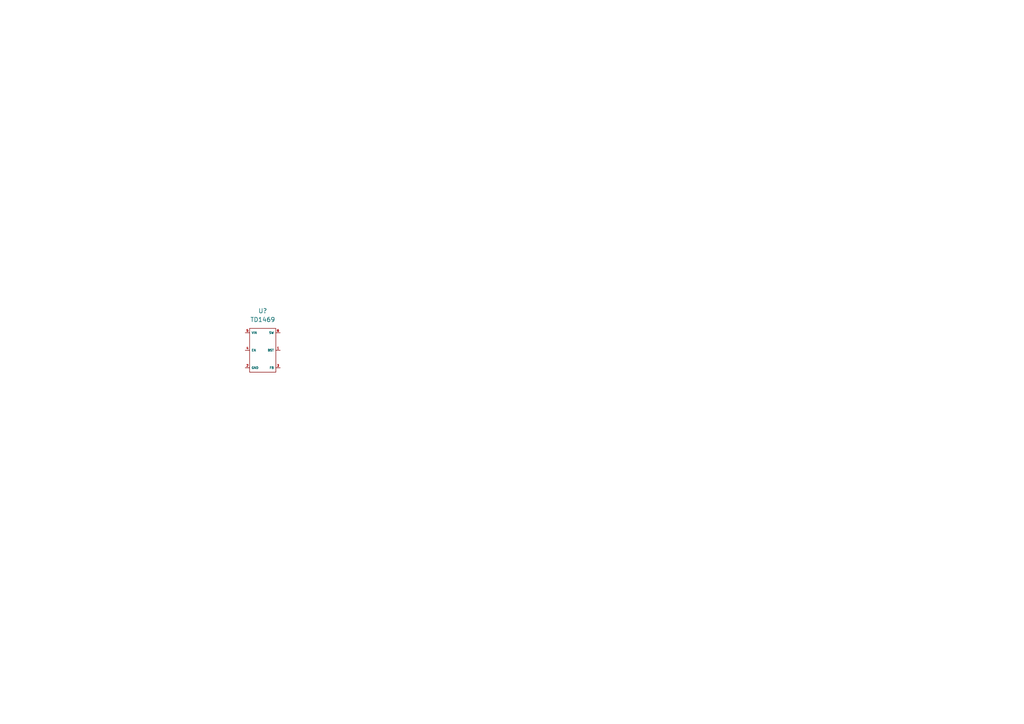
<source format=kicad_sch>
(kicad_sch (version 20211123) (generator eeschema)
  (paper "A4")
  (lib_symbols
    (symbol "Power_DC-DC_convertor:TD1469"
      (property "Reference" "U" (at -2.54 -7.62 0))
      (property "Value" "TD1469" (at 0 7.62 0))
      (symbol "TD1469_0_1"
        (rectangle (start -3.81 6.35) (end 3.81 -6.35))
      )
      (symbol "TD1469_1_1"
        (pin power_in line (at 5.08 0 180) (length 1.27) (name "BST") (number "1"))
        (pin power_in line (at -5.08 -5.08 0) (length 1.27) (name "GND") (number "2"))
        (pin input line (at 5.08 -5.08 180) (length 1.27) (name "FB") (number "3"))
        (pin input line (at -5.08 0 0) (length 1.27) (name "EN") (number "4"))
        (pin power_in line (at -5.08 5.08 0) (length 1.27) (name "VIN") (number "5"))
        (pin power_out line (at 5.08 5.08 180) (length 1.27) (name "SW") (number "6"))
      )
    )
  )
  (symbol (lib_id "Power_DC-DC_convertor:TD1469") (at 76.2 101.6 0) (unit 1)
    (property "Reference" "U?" (at 76.2 90.17 0))
    (property "Value" "TD1469" (at 76.2 92.71 0))
    (property "Footprint" "GENERAL_SMALL-SEMI_SMD:SOT-23-6" (effects hide))
  )
)
</source>
